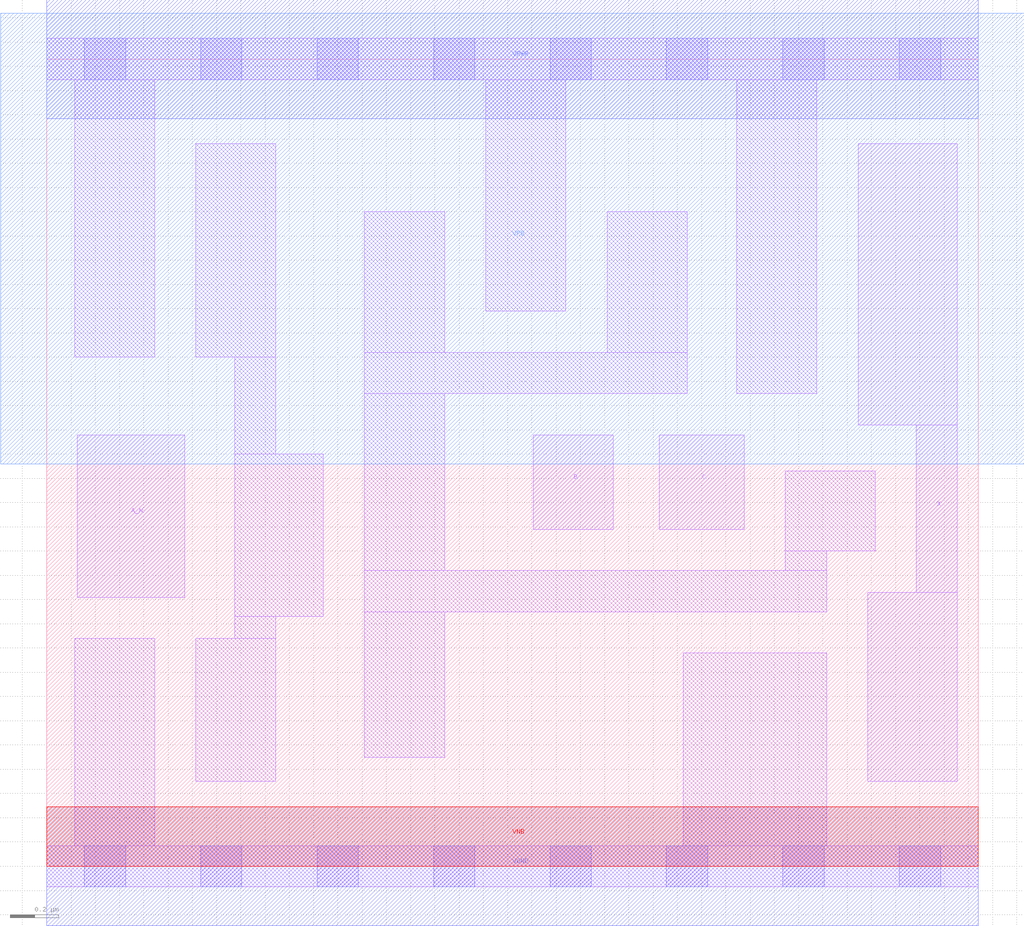
<source format=lef>
# Copyright 2020 The SkyWater PDK Authors
#
# Licensed under the Apache License, Version 2.0 (the "License");
# you may not use this file except in compliance with the License.
# You may obtain a copy of the License at
#
#     https://www.apache.org/licenses/LICENSE-2.0
#
# Unless required by applicable law or agreed to in writing, software
# distributed under the License is distributed on an "AS IS" BASIS,
# WITHOUT WARRANTIES OR CONDITIONS OF ANY KIND, either express or implied.
# See the License for the specific language governing permissions and
# limitations under the License.
#
# SPDX-License-Identifier: Apache-2.0

VERSION 5.7 ;
  NOWIREEXTENSIONATPIN ON ;
  DIVIDERCHAR "/" ;
  BUSBITCHARS "[]" ;
MACRO sky130_fd_sc_ls__and3b_1
  CLASS CORE ;
  FOREIGN sky130_fd_sc_ls__and3b_1 ;
  ORIGIN  0.000000  0.000000 ;
  SIZE  3.840000 BY  3.330000 ;
  SYMMETRY X Y ;
  SITE unit ;
  PIN A_N
    ANTENNAGATEAREA  0.208500 ;
    DIRECTION INPUT ;
    USE SIGNAL ;
    PORT
      LAYER li1 ;
        RECT 0.125000 1.110000 0.570000 1.780000 ;
    END
  END A_N
  PIN B
    ANTENNAGATEAREA  0.222000 ;
    DIRECTION INPUT ;
    USE SIGNAL ;
    PORT
      LAYER li1 ;
        RECT 2.005000 1.390000 2.335000 1.780000 ;
    END
  END B
  PIN C
    ANTENNAGATEAREA  0.222000 ;
    DIRECTION INPUT ;
    USE SIGNAL ;
    PORT
      LAYER li1 ;
        RECT 2.525000 1.390000 2.875000 1.780000 ;
    END
  END C
  PIN VNB
    PORT
      LAYER pwell ;
        RECT 0.000000 0.000000 3.840000 0.245000 ;
    END
  END VNB
  PIN VPB
    PORT
      LAYER nwell ;
        RECT -0.190000 1.660000 4.030000 3.520000 ;
    END
  END VPB
  PIN X
    ANTENNADIFFAREA  0.541300 ;
    DIRECTION OUTPUT ;
    USE SIGNAL ;
    PORT
      LAYER li1 ;
        RECT 3.345000 1.820000 3.755000 2.980000 ;
        RECT 3.385000 0.350000 3.755000 1.130000 ;
        RECT 3.585000 1.130000 3.755000 1.820000 ;
    END
  END X
  PIN VGND
    DIRECTION INOUT ;
    SHAPE ABUTMENT ;
    USE GROUND ;
    PORT
      LAYER met1 ;
        RECT 0.000000 -0.245000 3.840000 0.245000 ;
    END
  END VGND
  PIN VPWR
    DIRECTION INOUT ;
    SHAPE ABUTMENT ;
    USE POWER ;
    PORT
      LAYER met1 ;
        RECT 0.000000 3.085000 3.840000 3.575000 ;
    END
  END VPWR
  OBS
    LAYER li1 ;
      RECT 0.000000 -0.085000 3.840000 0.085000 ;
      RECT 0.000000  3.245000 3.840000 3.415000 ;
      RECT 0.115000  0.085000 0.445000 0.940000 ;
      RECT 0.115000  2.100000 0.445000 3.245000 ;
      RECT 0.615000  0.350000 0.945000 0.940000 ;
      RECT 0.615000  2.100000 0.945000 2.980000 ;
      RECT 0.775000  0.940000 0.945000 1.030000 ;
      RECT 0.775000  1.030000 1.140000 1.700000 ;
      RECT 0.775000  1.700000 0.945000 2.100000 ;
      RECT 1.310000  0.450000 1.640000 1.050000 ;
      RECT 1.310000  1.050000 3.215000 1.220000 ;
      RECT 1.310000  1.220000 1.640000 1.950000 ;
      RECT 1.310000  1.950000 2.640000 2.120000 ;
      RECT 1.310000  2.120000 1.640000 2.700000 ;
      RECT 1.810000  2.290000 2.140000 3.245000 ;
      RECT 2.310000  2.120000 2.640000 2.700000 ;
      RECT 2.625000  0.085000 3.215000 0.880000 ;
      RECT 2.845000  1.950000 3.175000 3.245000 ;
      RECT 3.045000  1.220000 3.215000 1.300000 ;
      RECT 3.045000  1.300000 3.415000 1.630000 ;
    LAYER mcon ;
      RECT 0.155000 -0.085000 0.325000 0.085000 ;
      RECT 0.155000  3.245000 0.325000 3.415000 ;
      RECT 0.635000 -0.085000 0.805000 0.085000 ;
      RECT 0.635000  3.245000 0.805000 3.415000 ;
      RECT 1.115000 -0.085000 1.285000 0.085000 ;
      RECT 1.115000  3.245000 1.285000 3.415000 ;
      RECT 1.595000 -0.085000 1.765000 0.085000 ;
      RECT 1.595000  3.245000 1.765000 3.415000 ;
      RECT 2.075000 -0.085000 2.245000 0.085000 ;
      RECT 2.075000  3.245000 2.245000 3.415000 ;
      RECT 2.555000 -0.085000 2.725000 0.085000 ;
      RECT 2.555000  3.245000 2.725000 3.415000 ;
      RECT 3.035000 -0.085000 3.205000 0.085000 ;
      RECT 3.035000  3.245000 3.205000 3.415000 ;
      RECT 3.515000 -0.085000 3.685000 0.085000 ;
      RECT 3.515000  3.245000 3.685000 3.415000 ;
  END
END sky130_fd_sc_ls__and3b_1
END LIBRARY

</source>
